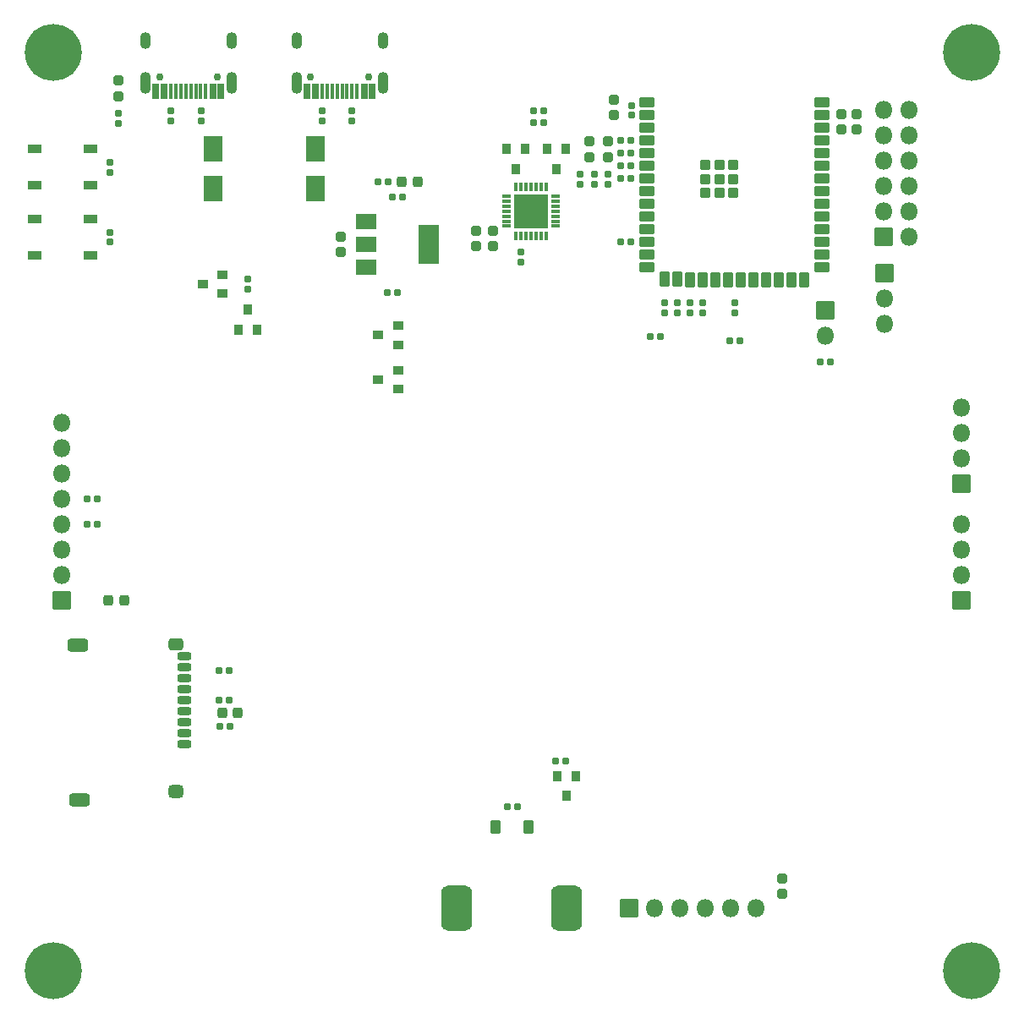
<source format=gts>
G04 #@! TF.GenerationSoftware,KiCad,Pcbnew,6.0.2+dfsg-1*
G04 #@! TF.CreationDate,2023-06-12T23:47:38+02:00*
G04 #@! TF.ProjectId,Logic_1,4c6f6769-635f-4312-9e6b-696361645f70,rev?*
G04 #@! TF.SameCoordinates,Original*
G04 #@! TF.FileFunction,Soldermask,Top*
G04 #@! TF.FilePolarity,Negative*
%FSLAX46Y46*%
G04 Gerber Fmt 4.6, Leading zero omitted, Abs format (unit mm)*
G04 Created by KiCad (PCBNEW 6.0.2+dfsg-1) date 2023-06-12 23:47:38*
%MOMM*%
%LPD*%
G01*
G04 APERTURE LIST*
G04 Aperture macros list*
%AMRoundRect*
0 Rectangle with rounded corners*
0 $1 Rounding radius*
0 $2 $3 $4 $5 $6 $7 $8 $9 X,Y pos of 4 corners*
0 Add a 4 corners polygon primitive as box body*
4,1,4,$2,$3,$4,$5,$6,$7,$8,$9,$2,$3,0*
0 Add four circle primitives for the rounded corners*
1,1,$1+$1,$2,$3*
1,1,$1+$1,$4,$5*
1,1,$1+$1,$6,$7*
1,1,$1+$1,$8,$9*
0 Add four rect primitives between the rounded corners*
20,1,$1+$1,$2,$3,$4,$5,0*
20,1,$1+$1,$4,$5,$6,$7,0*
20,1,$1+$1,$6,$7,$8,$9,0*
20,1,$1+$1,$8,$9,$2,$3,0*%
G04 Aperture macros list end*
%ADD10RoundRect,0.185000X-0.135000X-0.185000X0.135000X-0.185000X0.135000X0.185000X-0.135000X0.185000X0*%
%ADD11RoundRect,0.225000X0.475000X-0.175000X0.475000X0.175000X-0.475000X0.175000X-0.475000X-0.175000X0*%
%ADD12RoundRect,0.350000X-0.700000X0.300000X-0.700000X-0.300000X0.700000X-0.300000X0.700000X0.300000X0*%
%ADD13RoundRect,0.337500X-0.412500X0.287500X-0.412500X-0.287500X0.412500X-0.287500X0.412500X0.287500X0*%
%ADD14RoundRect,0.350000X-0.400000X0.300000X-0.400000X-0.300000X0.400000X-0.300000X0.400000X0.300000X0*%
%ADD15RoundRect,0.050000X-0.400000X0.450000X-0.400000X-0.450000X0.400000X-0.450000X0.400000X0.450000X0*%
%ADD16RoundRect,0.050000X-0.450000X-0.600000X0.450000X-0.600000X0.450000X0.600000X-0.450000X0.600000X0*%
%ADD17RoundRect,0.185000X0.185000X-0.135000X0.185000X0.135000X-0.185000X0.135000X-0.185000X-0.135000X0*%
%ADD18RoundRect,0.050000X0.850000X-0.850000X0.850000X0.850000X-0.850000X0.850000X-0.850000X-0.850000X0*%
%ADD19O,1.800000X1.800000*%
%ADD20RoundRect,0.275000X0.250000X-0.225000X0.250000X0.225000X-0.250000X0.225000X-0.250000X-0.225000X0*%
%ADD21RoundRect,0.150000X-0.650000X-0.350000X0.650000X-0.350000X0.650000X0.350000X-0.650000X0.350000X0*%
%ADD22RoundRect,0.150000X-0.350000X0.650000X-0.350000X-0.650000X0.350000X-0.650000X0.350000X0.650000X0*%
%ADD23RoundRect,0.150000X-0.350000X-0.350000X0.350000X-0.350000X0.350000X0.350000X-0.350000X0.350000X0*%
%ADD24RoundRect,0.190000X-0.140000X-0.170000X0.140000X-0.170000X0.140000X0.170000X-0.140000X0.170000X0*%
%ADD25RoundRect,0.268750X-0.218750X-0.256250X0.218750X-0.256250X0.218750X0.256250X-0.218750X0.256250X0*%
%ADD26RoundRect,0.275000X-0.250000X0.225000X-0.250000X-0.225000X0.250000X-0.225000X0.250000X0.225000X0*%
%ADD27RoundRect,0.268750X0.256250X-0.218750X0.256250X0.218750X-0.256250X0.218750X-0.256250X-0.218750X0*%
%ADD28RoundRect,0.185000X-0.185000X0.135000X-0.185000X-0.135000X0.185000X-0.135000X0.185000X0.135000X0*%
%ADD29RoundRect,0.050000X0.450000X0.400000X-0.450000X0.400000X-0.450000X-0.400000X0.450000X-0.400000X0*%
%ADD30RoundRect,0.050000X0.400000X-0.450000X0.400000X0.450000X-0.400000X0.450000X-0.400000X-0.450000X0*%
%ADD31RoundRect,0.800000X0.750000X1.500000X-0.750000X1.500000X-0.750000X-1.500000X0.750000X-1.500000X0*%
%ADD32RoundRect,0.800000X0.750000X-1.500000X0.750000X1.500000X-0.750000X1.500000X-0.750000X-1.500000X0*%
%ADD33RoundRect,0.112500X-0.337500X-0.062500X0.337500X-0.062500X0.337500X0.062500X-0.337500X0.062500X0*%
%ADD34RoundRect,0.112500X-0.062500X-0.337500X0.062500X-0.337500X0.062500X0.337500X-0.062500X0.337500X0*%
%ADD35RoundRect,0.050000X-1.675000X-1.675000X1.675000X-1.675000X1.675000X1.675000X-1.675000X1.675000X0*%
%ADD36C,5.700000*%
%ADD37RoundRect,0.185000X0.135000X0.185000X-0.135000X0.185000X-0.135000X-0.185000X0.135000X-0.185000X0*%
%ADD38RoundRect,0.050000X-1.000000X-0.750000X1.000000X-0.750000X1.000000X0.750000X-1.000000X0.750000X0*%
%ADD39RoundRect,0.050000X-1.000000X-1.900000X1.000000X-1.900000X1.000000X1.900000X-1.000000X1.900000X0*%
%ADD40RoundRect,0.050000X0.850000X0.850000X-0.850000X0.850000X-0.850000X-0.850000X0.850000X-0.850000X0*%
%ADD41C,0.750000*%
%ADD42RoundRect,0.050000X0.300000X0.725000X-0.300000X0.725000X-0.300000X-0.725000X0.300000X-0.725000X0*%
%ADD43RoundRect,0.050000X0.150000X0.725000X-0.150000X0.725000X-0.150000X-0.725000X0.150000X-0.725000X0*%
%ADD44O,1.100000X1.700000*%
%ADD45O,1.100000X2.200000*%
%ADD46RoundRect,0.050000X-0.650000X-0.350000X0.650000X-0.350000X0.650000X0.350000X-0.650000X0.350000X0*%
%ADD47RoundRect,0.050000X0.900000X-1.250000X0.900000X1.250000X-0.900000X1.250000X-0.900000X-1.250000X0*%
%ADD48RoundRect,0.190000X-0.170000X0.140000X-0.170000X-0.140000X0.170000X-0.140000X0.170000X0.140000X0*%
%ADD49RoundRect,0.050000X-0.850000X-0.850000X0.850000X-0.850000X0.850000X0.850000X-0.850000X0.850000X0*%
%ADD50RoundRect,0.275000X-0.225000X-0.250000X0.225000X-0.250000X0.225000X0.250000X-0.225000X0.250000X0*%
G04 APERTURE END LIST*
D10*
G04 #@! TO.C,R19*
X194370000Y-119960000D03*
X195390000Y-119960000D03*
G04 #@! TD*
D11*
G04 #@! TO.C,J2*
X157180000Y-118252500D03*
X157180000Y-117152500D03*
X157180000Y-116052500D03*
X157180000Y-114952500D03*
X157180000Y-113852500D03*
X157180000Y-112752500D03*
X157180000Y-111652500D03*
X157180000Y-110552500D03*
X157180000Y-109452500D03*
D12*
X146530000Y-108352500D03*
X146630000Y-123872500D03*
D13*
X156330000Y-108302500D03*
D14*
X156330000Y-123032500D03*
G04 #@! TD*
D15*
G04 #@! TO.C,Q6*
X196400000Y-121460000D03*
X194500000Y-121460000D03*
X195450000Y-123460000D03*
G04 #@! TD*
D16*
G04 #@! TO.C,D114*
X188350000Y-126560000D03*
X191650000Y-126560000D03*
G04 #@! TD*
D17*
G04 #@! TO.C,R16*
X173960000Y-55905000D03*
X173960000Y-54885000D03*
G04 #@! TD*
G04 #@! TO.C,R17*
X170955000Y-55895000D03*
X170955000Y-54875000D03*
G04 #@! TD*
D18*
G04 #@! TO.C,J3*
X201685000Y-134670000D03*
D19*
X204225000Y-134670000D03*
X206765000Y-134670000D03*
X209305000Y-134670000D03*
X211845000Y-134670000D03*
X214385000Y-134670000D03*
G04 #@! TD*
D20*
G04 #@! TO.C,C24*
X188050000Y-68425000D03*
X188050000Y-66875000D03*
G04 #@! TD*
D21*
G04 #@! TO.C,U3*
X203505000Y-53995000D03*
X203505000Y-55265000D03*
X203505000Y-56535000D03*
X203505000Y-57805000D03*
X203505000Y-59075000D03*
X203505000Y-60345000D03*
X203505000Y-61615000D03*
X203505000Y-62885000D03*
X203505000Y-64155000D03*
X203505000Y-65425000D03*
X203505000Y-66695000D03*
X203505000Y-67965000D03*
X203505000Y-69235000D03*
X203505000Y-70505000D03*
D22*
X205270000Y-71735000D03*
X206540000Y-71735000D03*
X207810000Y-71775000D03*
X209080000Y-71775000D03*
X210350000Y-71775000D03*
X211620000Y-71775000D03*
X212890000Y-71775000D03*
X214160000Y-71775000D03*
X215430000Y-71775000D03*
X216700000Y-71775000D03*
X217970000Y-71775000D03*
X219240000Y-71775000D03*
D21*
X221005000Y-70505000D03*
X221005000Y-69235000D03*
X221005000Y-67965000D03*
X221005000Y-66695000D03*
X221005000Y-65425000D03*
X221005000Y-64155000D03*
X221005000Y-62885000D03*
X221005000Y-61615000D03*
X221005000Y-60345000D03*
X221005000Y-59075000D03*
X221005000Y-57805000D03*
X221005000Y-56535000D03*
X221005000Y-55265000D03*
X221005000Y-53995000D03*
D23*
X209355000Y-63095000D03*
X212155000Y-60295000D03*
X210755000Y-63095000D03*
X210755000Y-60295000D03*
X209355000Y-61695000D03*
X212155000Y-63095000D03*
X210755000Y-61695000D03*
X209355000Y-60295000D03*
X212155000Y-61695000D03*
G04 #@! TD*
D24*
G04 #@! TO.C,C25*
X178010000Y-63505000D03*
X178970000Y-63505000D03*
G04 #@! TD*
D25*
G04 #@! TO.C,D2*
X178960000Y-61935000D03*
X180535000Y-61935000D03*
G04 #@! TD*
D26*
G04 #@! TO.C,C1*
X222930000Y-55200000D03*
X222930000Y-56750000D03*
G04 #@! TD*
D20*
G04 #@! TO.C,C4*
X217040000Y-133260000D03*
X217040000Y-131710000D03*
G04 #@! TD*
D27*
G04 #@! TO.C,D10*
X197695000Y-59495000D03*
X197695000Y-57920000D03*
G04 #@! TD*
D26*
G04 #@! TO.C,C5*
X224440000Y-55200000D03*
X224440000Y-56750000D03*
G04 #@! TD*
D27*
G04 #@! TO.C,D1*
X150600000Y-53387500D03*
X150600000Y-51812500D03*
G04 #@! TD*
D15*
G04 #@! TO.C,Q2*
X195345000Y-58675000D03*
X193445000Y-58675000D03*
X194395000Y-60675000D03*
G04 #@! TD*
D28*
G04 #@! TO.C,R15*
X163495000Y-71690000D03*
X163495000Y-72710000D03*
G04 #@! TD*
D29*
G04 #@! TO.C,Q5*
X161000000Y-73155000D03*
X161000000Y-71255000D03*
X159000000Y-72205000D03*
G04 #@! TD*
D10*
G04 #@! TO.C,R3*
X176550000Y-61940000D03*
X177570000Y-61940000D03*
G04 #@! TD*
G04 #@! TO.C,R7*
X200880000Y-60340000D03*
X201900000Y-60340000D03*
G04 #@! TD*
D17*
G04 #@! TO.C,R10*
X207800000Y-75110000D03*
X207800000Y-74090000D03*
G04 #@! TD*
G04 #@! TO.C,R14*
X212255000Y-75115000D03*
X212255000Y-74095000D03*
G04 #@! TD*
D30*
G04 #@! TO.C,Q4*
X162545000Y-76755000D03*
X164445000Y-76755000D03*
X163495000Y-74755000D03*
G04 #@! TD*
D10*
G04 #@! TO.C,R9*
X200880000Y-67970000D03*
X201900000Y-67970000D03*
G04 #@! TD*
D31*
G04 #@! TO.C,BZ1*
X184450000Y-134660000D03*
D32*
X195450000Y-134660000D03*
G04 #@! TD*
D33*
G04 #@! TO.C,U2*
X189430000Y-63410000D03*
X189430000Y-63910000D03*
X189430000Y-64410000D03*
X189430000Y-64910000D03*
X189430000Y-65410000D03*
X189430000Y-65910000D03*
X189430000Y-66410000D03*
D34*
X190380000Y-67360000D03*
X190880000Y-67360000D03*
X191380000Y-67360000D03*
X191880000Y-67360000D03*
X192380000Y-67360000D03*
X192880000Y-67360000D03*
X193380000Y-67360000D03*
D33*
X194330000Y-66410000D03*
X194330000Y-65910000D03*
X194330000Y-65410000D03*
X194330000Y-64910000D03*
X194330000Y-64410000D03*
X194330000Y-63910000D03*
X194330000Y-63410000D03*
D34*
X193380000Y-62460000D03*
X192880000Y-62460000D03*
X192380000Y-62460000D03*
X191880000Y-62460000D03*
X191380000Y-62460000D03*
X190880000Y-62460000D03*
X190380000Y-62460000D03*
D35*
X191880000Y-64910000D03*
G04 #@! TD*
D15*
G04 #@! TO.C,Q1*
X191320000Y-58680000D03*
X189420000Y-58680000D03*
X190370000Y-60680000D03*
G04 #@! TD*
D36*
G04 #@! TO.C,H1*
X144000000Y-49000000D03*
G04 #@! TD*
G04 #@! TO.C,H2*
X236000000Y-49000000D03*
G04 #@! TD*
D17*
G04 #@! TO.C,R2*
X150600000Y-56110000D03*
X150600000Y-55090000D03*
G04 #@! TD*
D36*
G04 #@! TO.C,H3*
X144000000Y-141000000D03*
G04 #@! TD*
D10*
G04 #@! TO.C,R8*
X200880000Y-61615000D03*
X201900000Y-61615000D03*
G04 #@! TD*
D36*
G04 #@! TO.C,H4*
X236000000Y-141000000D03*
G04 #@! TD*
D29*
G04 #@! TO.C,Q8*
X178555000Y-78275000D03*
X178555000Y-76375000D03*
X176555000Y-77325000D03*
G04 #@! TD*
D17*
G04 #@! TO.C,R12*
X209070000Y-75110000D03*
X209070000Y-74090000D03*
G04 #@! TD*
D37*
G04 #@! TO.C,R18*
X148475000Y-93740000D03*
X147455000Y-93740000D03*
G04 #@! TD*
D29*
G04 #@! TO.C,Q7*
X178560000Y-82705000D03*
X178560000Y-80805000D03*
X176560000Y-81755000D03*
G04 #@! TD*
D10*
G04 #@! TO.C,R4*
X200880000Y-57805000D03*
X201900000Y-57805000D03*
G04 #@! TD*
D37*
G04 #@! TO.C,R11*
X148470000Y-96285000D03*
X147450000Y-96285000D03*
G04 #@! TD*
D38*
G04 #@! TO.C,U1*
X175340000Y-65905000D03*
D39*
X181640000Y-68205000D03*
D38*
X175340000Y-68205000D03*
X175340000Y-70505000D03*
G04 #@! TD*
D40*
G04 #@! TO.C,J7*
X144900000Y-103900000D03*
D19*
X144900000Y-101360000D03*
X144900000Y-98820000D03*
X144900000Y-96280000D03*
X144900000Y-93740000D03*
X144900000Y-91200000D03*
X144900000Y-88660000D03*
X144900000Y-86120000D03*
G04 #@! TD*
D41*
G04 #@! TO.C,J8*
X175600000Y-51500000D03*
X169820000Y-51500000D03*
D42*
X175960000Y-52945000D03*
X175160000Y-52945000D03*
D43*
X173960000Y-52945000D03*
X172960000Y-52945000D03*
X172460000Y-52945000D03*
X171460000Y-52945000D03*
D42*
X170260000Y-52945000D03*
X169460000Y-52945000D03*
X169460000Y-52945000D03*
X170260000Y-52945000D03*
D43*
X170960000Y-52945000D03*
X171960000Y-52945000D03*
X173460000Y-52945000D03*
X174460000Y-52945000D03*
D42*
X175160000Y-52945000D03*
X175960000Y-52945000D03*
D44*
X177030000Y-47850000D03*
D45*
X168390000Y-52030000D03*
D44*
X168390000Y-47850000D03*
D45*
X177030000Y-52030000D03*
G04 #@! TD*
D40*
G04 #@! TO.C,J9*
X235000000Y-103900000D03*
D19*
X235000000Y-101360000D03*
X235000000Y-98820000D03*
X235000000Y-96280000D03*
G04 #@! TD*
D40*
G04 #@! TO.C,J10*
X235000000Y-92200000D03*
D19*
X235000000Y-89660000D03*
X235000000Y-87120000D03*
X235000000Y-84580000D03*
G04 #@! TD*
D46*
G04 #@! TO.C,BOOT1*
X142200000Y-58665000D03*
X147800000Y-58665000D03*
X147800000Y-62315000D03*
X142200000Y-62315000D03*
G04 #@! TD*
D47*
G04 #@! TO.C,D7*
X170250000Y-62630000D03*
X170250000Y-58630000D03*
G04 #@! TD*
D10*
G04 #@! TO.C,R6*
X200875000Y-59075000D03*
X201895000Y-59075000D03*
G04 #@! TD*
D27*
G04 #@! TO.C,D9*
X199595000Y-59495000D03*
X199595000Y-57920000D03*
G04 #@! TD*
D17*
G04 #@! TO.C,R21*
X155815000Y-55910000D03*
X155815000Y-54890000D03*
G04 #@! TD*
D26*
G04 #@! TO.C,C128*
X186400000Y-66875000D03*
X186400000Y-68425000D03*
G04 #@! TD*
G04 #@! TO.C,C27*
X200200000Y-53720000D03*
X200200000Y-55270000D03*
G04 #@! TD*
D37*
G04 #@! TO.C,R26*
X193165000Y-54885000D03*
X192145000Y-54885000D03*
G04 #@! TD*
D10*
G04 #@! TO.C,R34*
X160640000Y-110900000D03*
X161660000Y-110900000D03*
G04 #@! TD*
D48*
G04 #@! TO.C,C28*
X201965000Y-54305000D03*
X201965000Y-55265000D03*
G04 #@! TD*
D37*
G04 #@! TO.C,R33*
X190510000Y-124560000D03*
X189490000Y-124560000D03*
G04 #@! TD*
D46*
G04 #@! TO.C,RESET1*
X142200000Y-65665000D03*
X147800000Y-65665000D03*
X147800000Y-69315000D03*
X142200000Y-69315000D03*
G04 #@! TD*
D37*
G04 #@! TO.C,R29*
X221845000Y-79965000D03*
X220825000Y-79965000D03*
G04 #@! TD*
D10*
G04 #@! TO.C,R35*
X160650000Y-113850000D03*
X161670000Y-113850000D03*
G04 #@! TD*
D28*
G04 #@! TO.C,R31*
X196795000Y-61190000D03*
X196795000Y-62210000D03*
G04 #@! TD*
D37*
G04 #@! TO.C,R1*
X204820000Y-77500000D03*
X203800000Y-77500000D03*
G04 #@! TD*
D28*
G04 #@! TO.C,R24*
X199595000Y-61185000D03*
X199595000Y-62205000D03*
G04 #@! TD*
D41*
G04 #@! TO.C,J11*
X154675000Y-51500000D03*
X160455000Y-51500000D03*
D42*
X160815000Y-52945000D03*
X160015000Y-52945000D03*
D43*
X158815000Y-52945000D03*
X157815000Y-52945000D03*
X157315000Y-52945000D03*
X156315000Y-52945000D03*
D42*
X155115000Y-52945000D03*
X154315000Y-52945000D03*
X154315000Y-52945000D03*
X155115000Y-52945000D03*
D43*
X155815000Y-52945000D03*
X156815000Y-52945000D03*
X158315000Y-52945000D03*
X159315000Y-52945000D03*
D42*
X160015000Y-52945000D03*
X160815000Y-52945000D03*
D44*
X153245000Y-47850000D03*
D45*
X153245000Y-52030000D03*
D44*
X161885000Y-47850000D03*
D45*
X161885000Y-52030000D03*
G04 #@! TD*
D49*
G04 #@! TO.C,J13*
X227300000Y-71100000D03*
D19*
X227300000Y-73640000D03*
X227300000Y-76180000D03*
G04 #@! TD*
D10*
G04 #@! TO.C,R36*
X160690000Y-116500000D03*
X161710000Y-116500000D03*
G04 #@! TD*
D20*
G04 #@! TO.C,C127*
X172850000Y-69025000D03*
X172850000Y-67475000D03*
G04 #@! TD*
D47*
G04 #@! TO.C,D8*
X160020000Y-62635000D03*
X160020000Y-58635000D03*
G04 #@! TD*
D48*
G04 #@! TO.C,C29*
X149750000Y-60040000D03*
X149750000Y-61000000D03*
G04 #@! TD*
D28*
G04 #@! TO.C,R23*
X198255000Y-61190000D03*
X198255000Y-62210000D03*
G04 #@! TD*
D10*
G04 #@! TO.C,R32*
X211745000Y-77865000D03*
X212765000Y-77865000D03*
G04 #@! TD*
D50*
G04 #@! TO.C,C23*
X149575000Y-103900000D03*
X151125000Y-103900000D03*
G04 #@! TD*
D28*
G04 #@! TO.C,R27*
X206535000Y-74090000D03*
X206535000Y-75110000D03*
G04 #@! TD*
G04 #@! TO.C,R30*
X205275000Y-74090000D03*
X205275000Y-75110000D03*
G04 #@! TD*
D40*
G04 #@! TO.C,J1*
X227185000Y-67435000D03*
D19*
X229725000Y-67435000D03*
X227185000Y-64895000D03*
X229725000Y-64895000D03*
X227185000Y-62355000D03*
X229725000Y-62355000D03*
X227185000Y-59815000D03*
X229725000Y-59815000D03*
X227185000Y-57275000D03*
X229725000Y-57275000D03*
X227185000Y-54735000D03*
X229725000Y-54735000D03*
G04 #@! TD*
D48*
G04 #@! TO.C,C26*
X149750000Y-67035000D03*
X149750000Y-67995000D03*
G04 #@! TD*
D50*
G04 #@! TO.C,C22*
X160975000Y-115150000D03*
X162525000Y-115150000D03*
G04 #@! TD*
D49*
G04 #@! TO.C,J12*
X221345000Y-74810000D03*
D19*
X221345000Y-77350000D03*
G04 #@! TD*
D10*
G04 #@! TO.C,R25*
X192145000Y-56055000D03*
X193165000Y-56055000D03*
G04 #@! TD*
D17*
G04 #@! TO.C,R22*
X190865000Y-70050000D03*
X190865000Y-69030000D03*
G04 #@! TD*
D37*
G04 #@! TO.C,R28*
X178510000Y-73015000D03*
X177490000Y-73015000D03*
G04 #@! TD*
D17*
G04 #@! TO.C,R20*
X158820000Y-55910000D03*
X158820000Y-54890000D03*
G04 #@! TD*
M02*

</source>
